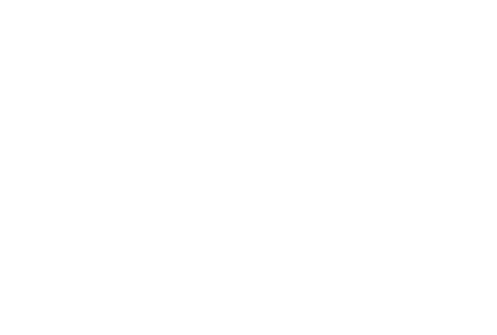
<source format=gbr>
%TF.GenerationSoftware,Altium Limited,Altium Designer,22.4.2 (48)*%
G04 Layer_Color=0*
%FSLAX26Y26*%
%MOIN*%
%TF.SameCoordinates,1C2CB1AA-ACBE-45DF-AC24-D873E68AE3FE*%
%TF.FilePolarity,Positive*%
%TF.FileFunction,Plated,1,6,Blind,Drill*%
%TF.Part,Single*%
G01*
G75*
%TA.AperFunction,ViaDrill,NotFilled*%
%ADD191C,0.003937*%
D191*
X3873648Y4569883D02*
D03*
X3881890Y4669291D02*
D03*
X5448819Y3751968D02*
D03*
Y3610236D02*
D03*
%TF.MD5,4faafd1080d566b830c30b3a7ac33779*%
M02*

</source>
